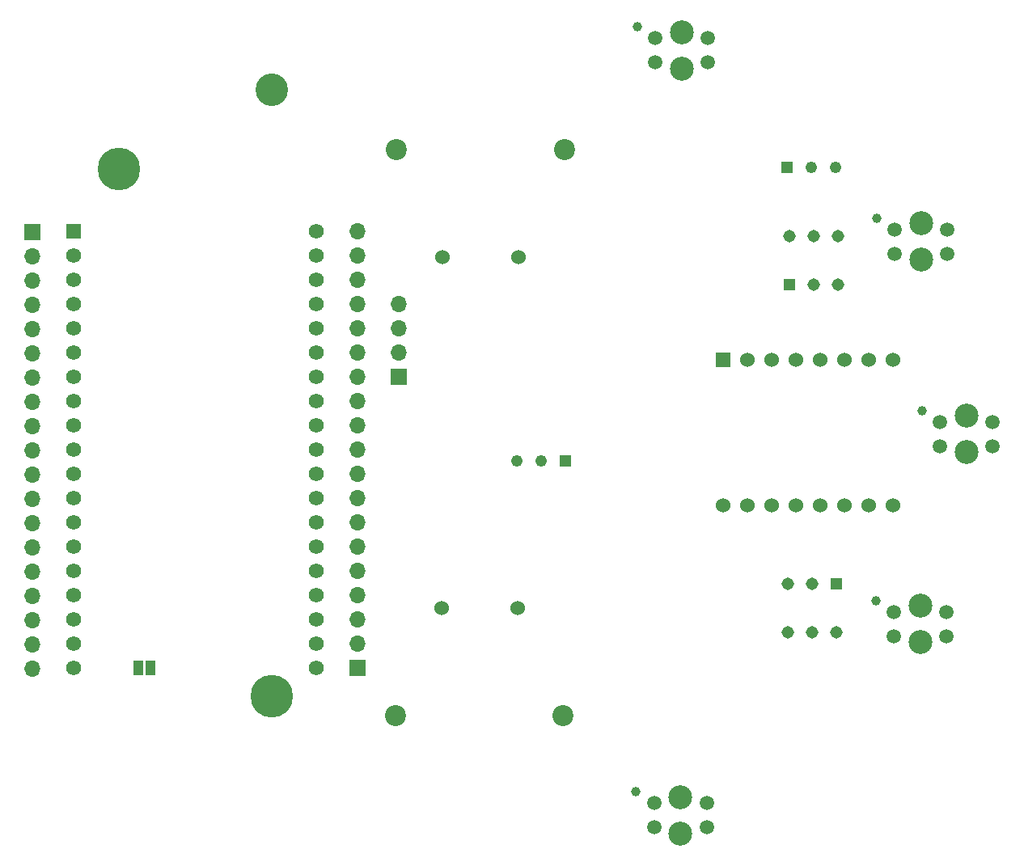
<source format=gbs>
%TF.GenerationSoftware,KiCad,Pcbnew,5.1.10-88a1d61d58~90~ubuntu20.04.1*%
%TF.CreationDate,2021-11-17T23:21:55+05:30*%
%TF.ProjectId,Meshmerize,4d657368-6d65-4726-997a-652e6b696361,rev?*%
%TF.SameCoordinates,Original*%
%TF.FileFunction,Soldermask,Bot*%
%TF.FilePolarity,Negative*%
%FSLAX46Y46*%
G04 Gerber Fmt 4.6, Leading zero omitted, Abs format (unit mm)*
G04 Created by KiCad (PCBNEW 5.1.10-88a1d61d58~90~ubuntu20.04.1) date 2021-11-17 23:21:55*
%MOMM*%
%LPD*%
G01*
G04 APERTURE LIST*
%ADD10R,1.000000X1.500000*%
%ADD11C,1.218000*%
%ADD12R,1.218000X1.218000*%
%ADD13C,1.560000*%
%ADD14R,1.560000X1.560000*%
%ADD15R,1.308000X1.308000*%
%ADD16C,1.308000*%
%ADD17C,1.524000*%
%ADD18C,2.500000*%
%ADD19C,1.000000*%
%ADD20C,1.500000*%
%ADD21R,1.524000X1.524000*%
%ADD22C,3.406000*%
%ADD23C,4.466000*%
%ADD24C,2.200000*%
%ADD25O,1.700000X1.700000*%
%ADD26R,1.700000X1.700000*%
G04 APERTURE END LIST*
D10*
%TO.C,JP1*%
X116575600Y-116039900D03*
X115275600Y-116039900D03*
%TD*%
D11*
%TO.C,RV2*%
X188239400Y-63601600D03*
X185699400Y-63601600D03*
D12*
X183159400Y-63601600D03*
%TD*%
D13*
%TO.C,U2*%
X133893560Y-116028400D03*
X133893560Y-113488400D03*
X133893560Y-110948400D03*
X133893560Y-108408400D03*
X133893560Y-105868400D03*
X133893560Y-103328400D03*
X133893560Y-100788400D03*
X133893560Y-98248400D03*
X133893560Y-95708400D03*
X133893560Y-93168400D03*
X133893560Y-90628400D03*
X133893560Y-88088400D03*
X133893560Y-85548400D03*
X133893560Y-83008400D03*
X133893560Y-80468400D03*
X133893560Y-77928400D03*
X133893560Y-75388400D03*
X133893560Y-72848400D03*
X133893560Y-70308400D03*
X108493560Y-113488400D03*
X108493560Y-110948400D03*
X108493560Y-108408400D03*
X108493560Y-105868400D03*
X108493560Y-103328400D03*
X108493560Y-100788400D03*
X108493560Y-98248400D03*
X108493560Y-95708400D03*
X108493560Y-93168400D03*
X108493560Y-90628400D03*
X108493560Y-88088400D03*
X108493560Y-85548400D03*
X108493560Y-83008400D03*
X108493560Y-80468400D03*
X108493560Y-77928400D03*
X108493560Y-75388400D03*
X108493560Y-116028400D03*
X108493560Y-72848400D03*
D14*
X108493560Y-70308400D03*
%TD*%
D15*
%TO.C,S2*%
X188328300Y-107226100D03*
D16*
X185788300Y-107226100D03*
X183248300Y-107226100D03*
X188328300Y-112306100D03*
X185788300Y-112306100D03*
X183248300Y-112306100D03*
%TD*%
D17*
%TO.C,M2*%
X154997920Y-109791220D03*
X146997920Y-109791220D03*
%TD*%
D18*
%TO.C,U8*%
X172011340Y-133372940D03*
X172011340Y-129572940D03*
D19*
X167361340Y-129022940D03*
D20*
X174761340Y-130202940D03*
X174761340Y-132742940D03*
X169261340Y-130202940D03*
X169261340Y-132742940D03*
%TD*%
D21*
%TO.C,TB1*%
X176469900Y-83810780D03*
D17*
X179009900Y-83810780D03*
X181549900Y-83810780D03*
X184089900Y-83810780D03*
X186629900Y-83810780D03*
X189169900Y-83810780D03*
X191709900Y-83810780D03*
X194249900Y-83810780D03*
X194249900Y-99050780D03*
X191709900Y-99050780D03*
X189169900Y-99050780D03*
X186629900Y-99050780D03*
X184089900Y-99050780D03*
X181549900Y-99050780D03*
X179009900Y-99050780D03*
X176469900Y-99050780D03*
%TD*%
%TO.C,M1*%
X155096980Y-72997340D03*
X147096980Y-72997340D03*
%TD*%
D22*
%TO.C,BT2*%
X129219100Y-55500780D03*
D23*
X113219100Y-63830780D03*
X129219100Y-119030780D03*
%TD*%
D15*
%TO.C,S1*%
X183413400Y-75907900D03*
D16*
X185953400Y-75907900D03*
X188493400Y-75907900D03*
X183413400Y-70827900D03*
X185953400Y-70827900D03*
X188493400Y-70827900D03*
%TD*%
D18*
%TO.C,U4*%
X197221700Y-73315580D03*
X197221700Y-69515580D03*
D19*
X192571700Y-68965580D03*
D20*
X199971700Y-70145580D03*
X199971700Y-72685580D03*
X194471700Y-70145580D03*
X194471700Y-72685580D03*
%TD*%
%TO.C,U3*%
X169408660Y-52644040D03*
X169408660Y-50104040D03*
X174908660Y-52644040D03*
X174908660Y-50104040D03*
D19*
X167508660Y-48924040D03*
D18*
X172158660Y-49474040D03*
X172158660Y-53274040D03*
%TD*%
D20*
%TO.C,U6*%
X199207940Y-92834460D03*
X199207940Y-90294460D03*
X204707940Y-92834460D03*
X204707940Y-90294460D03*
D19*
X197307940Y-89114460D03*
D18*
X201957940Y-89664460D03*
X201957940Y-93464460D03*
%TD*%
D20*
%TO.C,U7*%
X194370100Y-112715980D03*
X194370100Y-110175980D03*
X199870100Y-112715980D03*
X199870100Y-110175980D03*
D19*
X192470100Y-108995980D03*
D18*
X197120100Y-109545980D03*
X197120100Y-113345980D03*
%TD*%
D11*
%TO.C,RV1*%
X154889200Y-94399100D03*
X157429200Y-94399100D03*
D12*
X159969200Y-94399100D03*
%TD*%
D24*
%TO.C,H1*%
X159740600Y-121031000D03*
%TD*%
%TO.C,H2*%
X142240000Y-121031000D03*
%TD*%
%TO.C,H3*%
X142328900Y-61772800D03*
%TD*%
%TO.C,H4*%
X159867600Y-61772800D03*
%TD*%
D25*
%TO.C,J1*%
X104203500Y-116154200D03*
X104203500Y-113614200D03*
X104203500Y-111074200D03*
X104203500Y-108534200D03*
X104203500Y-105994200D03*
X104203500Y-103454200D03*
X104203500Y-100914200D03*
X104203500Y-98374200D03*
X104203500Y-95834200D03*
X104203500Y-93294200D03*
X104203500Y-90754200D03*
X104203500Y-88214200D03*
X104203500Y-85674200D03*
X104203500Y-83134200D03*
X104203500Y-80594200D03*
X104203500Y-78054200D03*
X104203500Y-75514200D03*
X104203500Y-72974200D03*
D26*
X104203500Y-70434200D03*
%TD*%
%TO.C,J2*%
X138264900Y-116014500D03*
D25*
X138264900Y-113474500D03*
X138264900Y-110934500D03*
X138264900Y-108394500D03*
X138264900Y-105854500D03*
X138264900Y-103314500D03*
X138264900Y-100774500D03*
X138264900Y-98234500D03*
X138264900Y-95694500D03*
X138264900Y-93154500D03*
X138264900Y-90614500D03*
X138264900Y-88074500D03*
X138264900Y-85534500D03*
X138264900Y-82994500D03*
X138264900Y-80454500D03*
X138264900Y-77914500D03*
X138264900Y-75374500D03*
X138264900Y-72834500D03*
X138264900Y-70294500D03*
%TD*%
D26*
%TO.C,J3*%
X142544800Y-85572600D03*
D25*
X142544800Y-83032600D03*
X142544800Y-80492600D03*
X142544800Y-77952600D03*
%TD*%
M02*

</source>
